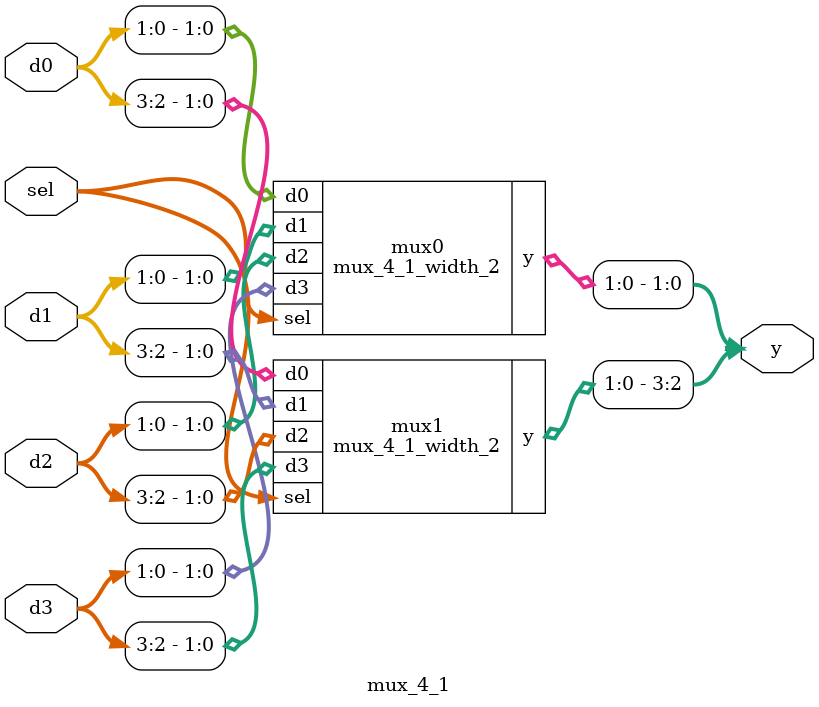
<source format=sv>

module mux_4_1_width_2
(
  input  [1:0] d0, d1, d2, d3,
  input  [1:0] sel,
  output [1:0] y
);

  assign y = sel [1] ? (sel [0] ? d3 : d2)
                     : (sel [0] ? d1 : d0);

endmodule

//----------------------------------------------------------------------------
// Task
//----------------------------------------------------------------------------

module mux_4_1
(
  input  [3:0] d0, d1, d2, d3,
  input  [1:0] sel,
  output [3:0] y
);

  // Task:
  // Implement mux_4_1 with 4-bit data
  // using two instances of mux_4_1_width_2 with 2-bit data

    mux_4_1_width_2 mux0 (.d0(d0[1:0]), .d1(d1[1:0]), .d2(d2[1:0]), .d3(d3[1:0]), .sel(sel), .y(y[1:0]));
    mux_4_1_width_2 mux1 (.d0(d0[3:2]), .d1(d1[3:2]), .d2(d2[3:2]), .d3(d3[3:2]), .sel(sel), .y(y[3:2]));


endmodule

</source>
